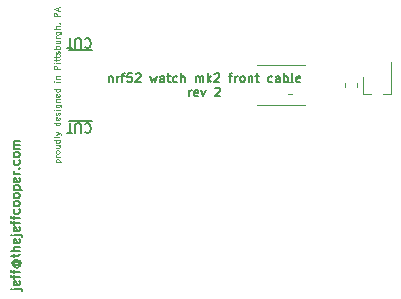
<source format=gbr>
%TF.GenerationSoftware,KiCad,Pcbnew,(5.99.0-2309-gaf729d578)*%
%TF.CreationDate,2020-09-01T21:57:30-04:00*%
%TF.ProjectId,flex,666c6578-2e6b-4696-9361-645f70636258,rev?*%
%TF.SameCoordinates,Original*%
%TF.FileFunction,Legend,Top*%
%TF.FilePolarity,Positive*%
%FSLAX46Y46*%
G04 Gerber Fmt 4.6, Leading zero omitted, Abs format (unit mm)*
G04 Created by KiCad (PCBNEW (5.99.0-2309-gaf729d578)) date 2020-09-01 21:57:30*
%MOMM*%
%LPD*%
G01*
G04 APERTURE LIST*
%ADD10C,0.125000*%
%ADD11C,0.187500*%
%ADD12C,0.150000*%
%ADD13C,0.120000*%
G04 APERTURE END LIST*
D10*
X255642857Y-34535125D02*
X256142857Y-34535125D01*
X255666666Y-34535125D02*
X255642857Y-34487506D01*
X255642857Y-34392268D01*
X255666666Y-34344649D01*
X255690476Y-34320839D01*
X255738095Y-34297030D01*
X255880952Y-34297030D01*
X255928571Y-34320839D01*
X255952380Y-34344649D01*
X255976190Y-34392268D01*
X255976190Y-34487506D01*
X255952380Y-34535125D01*
X255976190Y-34082744D02*
X255642857Y-34082744D01*
X255738095Y-34082744D02*
X255690476Y-34058935D01*
X255666666Y-34035125D01*
X255642857Y-33987506D01*
X255642857Y-33939887D01*
X255976190Y-33701792D02*
X255952380Y-33749411D01*
X255928571Y-33773220D01*
X255880952Y-33797030D01*
X255738095Y-33797030D01*
X255690476Y-33773220D01*
X255666666Y-33749411D01*
X255642857Y-33701792D01*
X255642857Y-33630363D01*
X255666666Y-33582744D01*
X255690476Y-33558935D01*
X255738095Y-33535125D01*
X255880952Y-33535125D01*
X255928571Y-33558935D01*
X255952380Y-33582744D01*
X255976190Y-33630363D01*
X255976190Y-33701792D01*
X255642857Y-33106554D02*
X255976190Y-33106554D01*
X255642857Y-33320839D02*
X255904761Y-33320839D01*
X255952380Y-33297030D01*
X255976190Y-33249411D01*
X255976190Y-33177982D01*
X255952380Y-33130363D01*
X255928571Y-33106554D01*
X255976190Y-32654173D02*
X255476190Y-32654173D01*
X255952380Y-32654173D02*
X255976190Y-32701792D01*
X255976190Y-32797030D01*
X255952380Y-32844649D01*
X255928571Y-32868458D01*
X255880952Y-32892268D01*
X255738095Y-32892268D01*
X255690476Y-32868458D01*
X255666666Y-32844649D01*
X255642857Y-32797030D01*
X255642857Y-32701792D01*
X255666666Y-32654173D01*
X255976190Y-32344649D02*
X255952380Y-32392268D01*
X255904761Y-32416077D01*
X255476190Y-32416077D01*
X255642857Y-32201792D02*
X255976190Y-32082744D01*
X255642857Y-31963696D02*
X255976190Y-32082744D01*
X256095238Y-32130363D01*
X256119047Y-32154173D01*
X256142857Y-32201792D01*
X255976190Y-31177982D02*
X255476190Y-31177982D01*
X255952380Y-31177982D02*
X255976190Y-31225601D01*
X255976190Y-31320839D01*
X255952380Y-31368458D01*
X255928571Y-31392268D01*
X255880952Y-31416077D01*
X255738095Y-31416077D01*
X255690476Y-31392268D01*
X255666666Y-31368458D01*
X255642857Y-31320839D01*
X255642857Y-31225601D01*
X255666666Y-31177982D01*
X255952380Y-30749411D02*
X255976190Y-30797030D01*
X255976190Y-30892268D01*
X255952380Y-30939887D01*
X255904761Y-30963696D01*
X255714285Y-30963696D01*
X255666666Y-30939887D01*
X255642857Y-30892268D01*
X255642857Y-30797030D01*
X255666666Y-30749411D01*
X255714285Y-30725601D01*
X255761904Y-30725601D01*
X255809523Y-30963696D01*
X255952380Y-30535125D02*
X255976190Y-30487506D01*
X255976190Y-30392268D01*
X255952380Y-30344649D01*
X255904761Y-30320839D01*
X255880952Y-30320839D01*
X255833333Y-30344649D01*
X255809523Y-30392268D01*
X255809523Y-30463696D01*
X255785714Y-30511316D01*
X255738095Y-30535125D01*
X255714285Y-30535125D01*
X255666666Y-30511316D01*
X255642857Y-30463696D01*
X255642857Y-30392268D01*
X255666666Y-30344649D01*
X255976190Y-30106554D02*
X255642857Y-30106554D01*
X255476190Y-30106554D02*
X255500000Y-30130363D01*
X255523809Y-30106554D01*
X255500000Y-30082744D01*
X255476190Y-30106554D01*
X255523809Y-30106554D01*
X255642857Y-29654173D02*
X256047619Y-29654173D01*
X256095238Y-29677982D01*
X256119047Y-29701792D01*
X256142857Y-29749411D01*
X256142857Y-29820839D01*
X256119047Y-29868458D01*
X255952380Y-29654173D02*
X255976190Y-29701792D01*
X255976190Y-29797030D01*
X255952380Y-29844649D01*
X255928571Y-29868458D01*
X255880952Y-29892268D01*
X255738095Y-29892268D01*
X255690476Y-29868458D01*
X255666666Y-29844649D01*
X255642857Y-29797030D01*
X255642857Y-29701792D01*
X255666666Y-29654173D01*
X255642857Y-29416077D02*
X255976190Y-29416077D01*
X255690476Y-29416077D02*
X255666666Y-29392268D01*
X255642857Y-29344649D01*
X255642857Y-29273220D01*
X255666666Y-29225601D01*
X255714285Y-29201792D01*
X255976190Y-29201792D01*
X255952380Y-28773220D02*
X255976190Y-28820839D01*
X255976190Y-28916077D01*
X255952380Y-28963696D01*
X255904761Y-28987506D01*
X255714285Y-28987506D01*
X255666666Y-28963696D01*
X255642857Y-28916077D01*
X255642857Y-28820839D01*
X255666666Y-28773220D01*
X255714285Y-28749411D01*
X255761904Y-28749411D01*
X255809523Y-28987506D01*
X255976190Y-28320839D02*
X255476190Y-28320839D01*
X255952380Y-28320839D02*
X255976190Y-28368458D01*
X255976190Y-28463696D01*
X255952380Y-28511316D01*
X255928571Y-28535125D01*
X255880952Y-28558935D01*
X255738095Y-28558935D01*
X255690476Y-28535125D01*
X255666666Y-28511316D01*
X255642857Y-28463696D01*
X255642857Y-28368458D01*
X255666666Y-28320839D01*
X255976190Y-27701792D02*
X255642857Y-27701792D01*
X255476190Y-27701792D02*
X255500000Y-27725601D01*
X255523809Y-27701792D01*
X255500000Y-27677982D01*
X255476190Y-27701792D01*
X255523809Y-27701792D01*
X255642857Y-27463696D02*
X255976190Y-27463696D01*
X255690476Y-27463696D02*
X255666666Y-27439887D01*
X255642857Y-27392268D01*
X255642857Y-27320839D01*
X255666666Y-27273220D01*
X255714285Y-27249411D01*
X255976190Y-27249411D01*
X255976190Y-26630363D02*
X255476190Y-26630363D01*
X255476190Y-26439887D01*
X255500000Y-26392268D01*
X255523809Y-26368458D01*
X255571428Y-26344649D01*
X255642857Y-26344649D01*
X255690476Y-26368458D01*
X255714285Y-26392268D01*
X255738095Y-26439887D01*
X255738095Y-26630363D01*
X255976190Y-26130363D02*
X255642857Y-26130363D01*
X255476190Y-26130363D02*
X255500000Y-26154173D01*
X255523809Y-26130363D01*
X255500000Y-26106554D01*
X255476190Y-26130363D01*
X255523809Y-26130363D01*
X255642857Y-25963696D02*
X255642857Y-25773220D01*
X255476190Y-25892268D02*
X255904761Y-25892268D01*
X255952380Y-25868458D01*
X255976190Y-25820839D01*
X255976190Y-25773220D01*
X255642857Y-25677982D02*
X255642857Y-25487506D01*
X255476190Y-25606554D02*
X255904761Y-25606554D01*
X255952380Y-25582744D01*
X255976190Y-25535125D01*
X255976190Y-25487506D01*
X255952380Y-25344649D02*
X255976190Y-25297030D01*
X255976190Y-25201792D01*
X255952380Y-25154173D01*
X255904761Y-25130363D01*
X255880952Y-25130363D01*
X255833333Y-25154173D01*
X255809523Y-25201792D01*
X255809523Y-25273220D01*
X255785714Y-25320839D01*
X255738095Y-25344649D01*
X255714285Y-25344649D01*
X255666666Y-25320839D01*
X255642857Y-25273220D01*
X255642857Y-25201792D01*
X255666666Y-25154173D01*
X255976190Y-24916077D02*
X255476190Y-24916077D01*
X255666666Y-24916077D02*
X255642857Y-24868458D01*
X255642857Y-24773220D01*
X255666666Y-24725601D01*
X255690476Y-24701792D01*
X255738095Y-24677982D01*
X255880952Y-24677982D01*
X255928571Y-24701792D01*
X255952380Y-24725601D01*
X255976190Y-24773220D01*
X255976190Y-24868458D01*
X255952380Y-24916077D01*
X255642857Y-24249411D02*
X255976190Y-24249411D01*
X255642857Y-24463696D02*
X255904761Y-24463696D01*
X255952380Y-24439887D01*
X255976190Y-24392268D01*
X255976190Y-24320839D01*
X255952380Y-24273220D01*
X255928571Y-24249411D01*
X255976190Y-24011316D02*
X255642857Y-24011316D01*
X255738095Y-24011316D02*
X255690476Y-23987506D01*
X255666666Y-23963696D01*
X255642857Y-23916077D01*
X255642857Y-23868458D01*
X255642857Y-23487506D02*
X256047619Y-23487506D01*
X256095238Y-23511316D01*
X256119047Y-23535125D01*
X256142857Y-23582744D01*
X256142857Y-23654173D01*
X256119047Y-23701792D01*
X255952380Y-23487506D02*
X255976190Y-23535125D01*
X255976190Y-23630363D01*
X255952380Y-23677982D01*
X255928571Y-23701792D01*
X255880952Y-23725601D01*
X255738095Y-23725601D01*
X255690476Y-23701792D01*
X255666666Y-23677982D01*
X255642857Y-23630363D01*
X255642857Y-23535125D01*
X255666666Y-23487506D01*
X255976190Y-23249411D02*
X255476190Y-23249411D01*
X255976190Y-23035125D02*
X255714285Y-23035125D01*
X255666666Y-23058935D01*
X255642857Y-23106554D01*
X255642857Y-23177982D01*
X255666666Y-23225601D01*
X255690476Y-23249411D01*
X255952380Y-22773220D02*
X255976190Y-22773220D01*
X256023809Y-22797030D01*
X256047619Y-22820839D01*
X255976190Y-22177982D02*
X255476190Y-22177982D01*
X255476190Y-21987506D01*
X255500000Y-21939887D01*
X255523809Y-21916077D01*
X255571428Y-21892268D01*
X255642857Y-21892268D01*
X255690476Y-21916077D01*
X255714285Y-21939887D01*
X255738095Y-21987506D01*
X255738095Y-22177982D01*
X255833333Y-21701792D02*
X255833333Y-21463696D01*
X255976190Y-21749411D02*
X255476190Y-21582744D01*
X255976190Y-21416077D01*
D11*
X252089285Y-45267857D02*
X252732142Y-45267857D01*
X252803571Y-45303571D01*
X252839285Y-45375000D01*
X252839285Y-45410714D01*
X251839285Y-45267857D02*
X251875000Y-45303571D01*
X251910714Y-45267857D01*
X251875000Y-45232142D01*
X251839285Y-45267857D01*
X251910714Y-45267857D01*
X252553571Y-44625000D02*
X252589285Y-44696428D01*
X252589285Y-44839285D01*
X252553571Y-44910714D01*
X252482142Y-44946428D01*
X252196428Y-44946428D01*
X252125000Y-44910714D01*
X252089285Y-44839285D01*
X252089285Y-44696428D01*
X252125000Y-44625000D01*
X252196428Y-44589285D01*
X252267857Y-44589285D01*
X252339285Y-44946428D01*
X252089285Y-44375000D02*
X252089285Y-44089285D01*
X252589285Y-44267857D02*
X251946428Y-44267857D01*
X251875000Y-44232142D01*
X251839285Y-44160714D01*
X251839285Y-44089285D01*
X252089285Y-43946428D02*
X252089285Y-43660714D01*
X252589285Y-43839285D02*
X251946428Y-43839285D01*
X251875000Y-43803571D01*
X251839285Y-43732142D01*
X251839285Y-43660714D01*
X252232142Y-42946428D02*
X252196428Y-42982142D01*
X252160714Y-43053571D01*
X252160714Y-43125000D01*
X252196428Y-43196428D01*
X252232142Y-43232142D01*
X252303571Y-43267857D01*
X252375000Y-43267857D01*
X252446428Y-43232142D01*
X252482142Y-43196428D01*
X252517857Y-43125000D01*
X252517857Y-43053571D01*
X252482142Y-42982142D01*
X252446428Y-42946428D01*
X252160714Y-42946428D02*
X252446428Y-42946428D01*
X252482142Y-42910714D01*
X252482142Y-42875000D01*
X252446428Y-42803571D01*
X252375000Y-42767857D01*
X252196428Y-42767857D01*
X252089285Y-42839285D01*
X252017857Y-42946428D01*
X251982142Y-43089285D01*
X252017857Y-43232142D01*
X252089285Y-43339285D01*
X252196428Y-43410714D01*
X252339285Y-43446428D01*
X252482142Y-43410714D01*
X252589285Y-43339285D01*
X252660714Y-43232142D01*
X252696428Y-43089285D01*
X252660714Y-42946428D01*
X252589285Y-42839285D01*
X252089285Y-42553571D02*
X252089285Y-42267857D01*
X251839285Y-42446428D02*
X252482142Y-42446428D01*
X252553571Y-42410714D01*
X252589285Y-42339285D01*
X252589285Y-42267857D01*
X252589285Y-42017857D02*
X251839285Y-42017857D01*
X252589285Y-41696428D02*
X252196428Y-41696428D01*
X252125000Y-41732142D01*
X252089285Y-41803571D01*
X252089285Y-41910714D01*
X252125000Y-41982142D01*
X252160714Y-42017857D01*
X252553571Y-41053571D02*
X252589285Y-41125000D01*
X252589285Y-41267857D01*
X252553571Y-41339285D01*
X252482142Y-41375000D01*
X252196428Y-41375000D01*
X252125000Y-41339285D01*
X252089285Y-41267857D01*
X252089285Y-41125000D01*
X252125000Y-41053571D01*
X252196428Y-41017857D01*
X252267857Y-41017857D01*
X252339285Y-41375000D01*
X252089285Y-40696428D02*
X252732142Y-40696428D01*
X252803571Y-40732142D01*
X252839285Y-40803571D01*
X252839285Y-40839285D01*
X251839285Y-40696428D02*
X251875000Y-40732142D01*
X251910714Y-40696428D01*
X251875000Y-40660714D01*
X251839285Y-40696428D01*
X251910714Y-40696428D01*
X252553571Y-40053571D02*
X252589285Y-40125000D01*
X252589285Y-40267857D01*
X252553571Y-40339285D01*
X252482142Y-40375000D01*
X252196428Y-40375000D01*
X252125000Y-40339285D01*
X252089285Y-40267857D01*
X252089285Y-40125000D01*
X252125000Y-40053571D01*
X252196428Y-40017857D01*
X252267857Y-40017857D01*
X252339285Y-40375000D01*
X252089285Y-39803571D02*
X252089285Y-39517857D01*
X252589285Y-39696428D02*
X251946428Y-39696428D01*
X251875000Y-39660714D01*
X251839285Y-39589285D01*
X251839285Y-39517857D01*
X252089285Y-39375000D02*
X252089285Y-39089285D01*
X252589285Y-39267857D02*
X251946428Y-39267857D01*
X251875000Y-39232142D01*
X251839285Y-39160714D01*
X251839285Y-39089285D01*
X252553571Y-38517857D02*
X252589285Y-38589285D01*
X252589285Y-38732142D01*
X252553571Y-38803571D01*
X252517857Y-38839285D01*
X252446428Y-38875000D01*
X252232142Y-38875000D01*
X252160714Y-38839285D01*
X252125000Y-38803571D01*
X252089285Y-38732142D01*
X252089285Y-38589285D01*
X252125000Y-38517857D01*
X252589285Y-38089285D02*
X252553571Y-38160714D01*
X252517857Y-38196428D01*
X252446428Y-38232142D01*
X252232142Y-38232142D01*
X252160714Y-38196428D01*
X252125000Y-38160714D01*
X252089285Y-38089285D01*
X252089285Y-37982142D01*
X252125000Y-37910714D01*
X252160714Y-37875000D01*
X252232142Y-37839285D01*
X252446428Y-37839285D01*
X252517857Y-37875000D01*
X252553571Y-37910714D01*
X252589285Y-37982142D01*
X252589285Y-38089285D01*
X252589285Y-37410714D02*
X252553571Y-37482142D01*
X252517857Y-37517857D01*
X252446428Y-37553571D01*
X252232142Y-37553571D01*
X252160714Y-37517857D01*
X252125000Y-37482142D01*
X252089285Y-37410714D01*
X252089285Y-37303571D01*
X252125000Y-37232142D01*
X252160714Y-37196428D01*
X252232142Y-37160714D01*
X252446428Y-37160714D01*
X252517857Y-37196428D01*
X252553571Y-37232142D01*
X252589285Y-37303571D01*
X252589285Y-37410714D01*
X252089285Y-36839285D02*
X252839285Y-36839285D01*
X252125000Y-36839285D02*
X252089285Y-36767857D01*
X252089285Y-36625000D01*
X252125000Y-36553571D01*
X252160714Y-36517857D01*
X252232142Y-36482142D01*
X252446428Y-36482142D01*
X252517857Y-36517857D01*
X252553571Y-36553571D01*
X252589285Y-36625000D01*
X252589285Y-36767857D01*
X252553571Y-36839285D01*
X252553571Y-35875000D02*
X252589285Y-35946428D01*
X252589285Y-36089285D01*
X252553571Y-36160714D01*
X252482142Y-36196428D01*
X252196428Y-36196428D01*
X252125000Y-36160714D01*
X252089285Y-36089285D01*
X252089285Y-35946428D01*
X252125000Y-35875000D01*
X252196428Y-35839285D01*
X252267857Y-35839285D01*
X252339285Y-36196428D01*
X252589285Y-35517857D02*
X252089285Y-35517857D01*
X252232142Y-35517857D02*
X252160714Y-35482142D01*
X252125000Y-35446428D01*
X252089285Y-35375000D01*
X252089285Y-35303571D01*
X252517857Y-35053571D02*
X252553571Y-35017857D01*
X252589285Y-35053571D01*
X252553571Y-35089285D01*
X252517857Y-35053571D01*
X252589285Y-35053571D01*
X252553571Y-34375000D02*
X252589285Y-34446428D01*
X252589285Y-34589285D01*
X252553571Y-34660714D01*
X252517857Y-34696428D01*
X252446428Y-34732142D01*
X252232142Y-34732142D01*
X252160714Y-34696428D01*
X252125000Y-34660714D01*
X252089285Y-34589285D01*
X252089285Y-34446428D01*
X252125000Y-34375000D01*
X252589285Y-33946428D02*
X252553571Y-34017857D01*
X252517857Y-34053571D01*
X252446428Y-34089285D01*
X252232142Y-34089285D01*
X252160714Y-34053571D01*
X252125000Y-34017857D01*
X252089285Y-33946428D01*
X252089285Y-33839285D01*
X252125000Y-33767857D01*
X252160714Y-33732142D01*
X252232142Y-33696428D01*
X252446428Y-33696428D01*
X252517857Y-33732142D01*
X252553571Y-33767857D01*
X252589285Y-33839285D01*
X252589285Y-33946428D01*
X252589285Y-33375000D02*
X252089285Y-33375000D01*
X252160714Y-33375000D02*
X252125000Y-33339285D01*
X252089285Y-33267857D01*
X252089285Y-33160714D01*
X252125000Y-33089285D01*
X252196428Y-33053571D01*
X252589285Y-33053571D01*
X252196428Y-33053571D02*
X252125000Y-33017857D01*
X252089285Y-32946428D01*
X252089285Y-32839285D01*
X252125000Y-32767857D01*
X252196428Y-32732142D01*
X252589285Y-32732142D01*
X260160714Y-27246851D02*
X260160714Y-27746851D01*
X260160714Y-27318280D02*
X260196428Y-27282566D01*
X260267857Y-27246851D01*
X260375000Y-27246851D01*
X260446428Y-27282566D01*
X260482142Y-27353994D01*
X260482142Y-27746851D01*
X260839285Y-27746851D02*
X260839285Y-27246851D01*
X260839285Y-27389708D02*
X260875000Y-27318280D01*
X260910714Y-27282566D01*
X260982142Y-27246851D01*
X261053571Y-27246851D01*
X261196428Y-27246851D02*
X261482142Y-27246851D01*
X261303571Y-27746851D02*
X261303571Y-27103994D01*
X261339285Y-27032566D01*
X261410714Y-26996851D01*
X261482142Y-26996851D01*
X262089285Y-26996851D02*
X261732142Y-26996851D01*
X261696428Y-27353994D01*
X261732142Y-27318280D01*
X261803571Y-27282566D01*
X261982142Y-27282566D01*
X262053571Y-27318280D01*
X262089285Y-27353994D01*
X262125000Y-27425423D01*
X262125000Y-27603994D01*
X262089285Y-27675423D01*
X262053571Y-27711137D01*
X261982142Y-27746851D01*
X261803571Y-27746851D01*
X261732142Y-27711137D01*
X261696428Y-27675423D01*
X262410714Y-27068280D02*
X262446428Y-27032566D01*
X262517857Y-26996851D01*
X262696428Y-26996851D01*
X262767857Y-27032566D01*
X262803571Y-27068280D01*
X262839285Y-27139708D01*
X262839285Y-27211137D01*
X262803571Y-27318280D01*
X262375000Y-27746851D01*
X262839285Y-27746851D01*
X263660714Y-27246851D02*
X263803571Y-27746851D01*
X263946428Y-27389708D01*
X264089285Y-27746851D01*
X264232142Y-27246851D01*
X264839285Y-27746851D02*
X264839285Y-27353994D01*
X264803571Y-27282566D01*
X264732142Y-27246851D01*
X264589285Y-27246851D01*
X264517857Y-27282566D01*
X264839285Y-27711137D02*
X264767857Y-27746851D01*
X264589285Y-27746851D01*
X264517857Y-27711137D01*
X264482142Y-27639708D01*
X264482142Y-27568280D01*
X264517857Y-27496851D01*
X264589285Y-27461137D01*
X264767857Y-27461137D01*
X264839285Y-27425423D01*
X265089285Y-27246851D02*
X265375000Y-27246851D01*
X265196428Y-26996851D02*
X265196428Y-27639708D01*
X265232142Y-27711137D01*
X265303571Y-27746851D01*
X265375000Y-27746851D01*
X265946428Y-27711137D02*
X265875000Y-27746851D01*
X265732142Y-27746851D01*
X265660714Y-27711137D01*
X265625000Y-27675423D01*
X265589285Y-27603994D01*
X265589285Y-27389708D01*
X265625000Y-27318280D01*
X265660714Y-27282566D01*
X265732142Y-27246851D01*
X265875000Y-27246851D01*
X265946428Y-27282566D01*
X266267857Y-27746851D02*
X266267857Y-26996851D01*
X266589285Y-27746851D02*
X266589285Y-27353994D01*
X266553571Y-27282566D01*
X266482142Y-27246851D01*
X266375000Y-27246851D01*
X266303571Y-27282566D01*
X266267857Y-27318280D01*
X267517857Y-27746851D02*
X267517857Y-27246851D01*
X267517857Y-27318280D02*
X267553571Y-27282566D01*
X267625000Y-27246851D01*
X267732142Y-27246851D01*
X267803571Y-27282566D01*
X267839285Y-27353994D01*
X267839285Y-27746851D01*
X267839285Y-27353994D02*
X267875000Y-27282566D01*
X267946428Y-27246851D01*
X268053571Y-27246851D01*
X268125000Y-27282566D01*
X268160714Y-27353994D01*
X268160714Y-27746851D01*
X268517857Y-27746851D02*
X268517857Y-26996851D01*
X268589285Y-27461137D02*
X268803571Y-27746851D01*
X268803571Y-27246851D02*
X268517857Y-27532566D01*
X269089285Y-27068280D02*
X269125000Y-27032566D01*
X269196428Y-26996851D01*
X269375000Y-26996851D01*
X269446428Y-27032566D01*
X269482142Y-27068280D01*
X269517857Y-27139708D01*
X269517857Y-27211137D01*
X269482142Y-27318280D01*
X269053571Y-27746851D01*
X269517857Y-27746851D01*
X270303571Y-27246851D02*
X270589285Y-27246851D01*
X270410714Y-27746851D02*
X270410714Y-27103994D01*
X270446428Y-27032566D01*
X270517857Y-26996851D01*
X270589285Y-26996851D01*
X270839285Y-27746851D02*
X270839285Y-27246851D01*
X270839285Y-27389708D02*
X270875000Y-27318280D01*
X270910714Y-27282566D01*
X270982142Y-27246851D01*
X271053571Y-27246851D01*
X271410714Y-27746851D02*
X271339285Y-27711137D01*
X271303571Y-27675423D01*
X271267857Y-27603994D01*
X271267857Y-27389708D01*
X271303571Y-27318280D01*
X271339285Y-27282566D01*
X271410714Y-27246851D01*
X271517857Y-27246851D01*
X271589285Y-27282566D01*
X271625000Y-27318280D01*
X271660714Y-27389708D01*
X271660714Y-27603994D01*
X271625000Y-27675423D01*
X271589285Y-27711137D01*
X271517857Y-27746851D01*
X271410714Y-27746851D01*
X271982142Y-27246851D02*
X271982142Y-27746851D01*
X271982142Y-27318280D02*
X272017857Y-27282566D01*
X272089285Y-27246851D01*
X272196428Y-27246851D01*
X272267857Y-27282566D01*
X272303571Y-27353994D01*
X272303571Y-27746851D01*
X272553571Y-27246851D02*
X272839285Y-27246851D01*
X272660714Y-26996851D02*
X272660714Y-27639708D01*
X272696428Y-27711137D01*
X272767857Y-27746851D01*
X272839285Y-27746851D01*
X273982142Y-27711137D02*
X273910714Y-27746851D01*
X273767857Y-27746851D01*
X273696428Y-27711137D01*
X273660714Y-27675423D01*
X273625000Y-27603994D01*
X273625000Y-27389708D01*
X273660714Y-27318280D01*
X273696428Y-27282566D01*
X273767857Y-27246851D01*
X273910714Y-27246851D01*
X273982142Y-27282566D01*
X274625000Y-27746851D02*
X274625000Y-27353994D01*
X274589285Y-27282566D01*
X274517857Y-27246851D01*
X274375000Y-27246851D01*
X274303571Y-27282566D01*
X274625000Y-27711137D02*
X274553571Y-27746851D01*
X274375000Y-27746851D01*
X274303571Y-27711137D01*
X274267857Y-27639708D01*
X274267857Y-27568280D01*
X274303571Y-27496851D01*
X274375000Y-27461137D01*
X274553571Y-27461137D01*
X274625000Y-27425423D01*
X274982142Y-27746851D02*
X274982142Y-26996851D01*
X274982142Y-27282566D02*
X275053571Y-27246851D01*
X275196428Y-27246851D01*
X275267857Y-27282566D01*
X275303571Y-27318280D01*
X275339285Y-27389708D01*
X275339285Y-27603994D01*
X275303571Y-27675423D01*
X275267857Y-27711137D01*
X275196428Y-27746851D01*
X275053571Y-27746851D01*
X274982142Y-27711137D01*
X275767857Y-27746851D02*
X275696428Y-27711137D01*
X275660714Y-27639708D01*
X275660714Y-26996851D01*
X276339285Y-27711137D02*
X276267857Y-27746851D01*
X276125000Y-27746851D01*
X276053571Y-27711137D01*
X276017857Y-27639708D01*
X276017857Y-27353994D01*
X276053571Y-27282566D01*
X276125000Y-27246851D01*
X276267857Y-27246851D01*
X276339285Y-27282566D01*
X276375000Y-27353994D01*
X276375000Y-27425423D01*
X276017857Y-27496851D01*
X266946428Y-28954351D02*
X266946428Y-28454351D01*
X266946428Y-28597208D02*
X266982142Y-28525780D01*
X267017857Y-28490066D01*
X267089285Y-28454351D01*
X267160714Y-28454351D01*
X267696428Y-28918637D02*
X267625000Y-28954351D01*
X267482142Y-28954351D01*
X267410714Y-28918637D01*
X267375000Y-28847208D01*
X267375000Y-28561494D01*
X267410714Y-28490066D01*
X267482142Y-28454351D01*
X267625000Y-28454351D01*
X267696428Y-28490066D01*
X267732142Y-28561494D01*
X267732142Y-28632923D01*
X267375000Y-28704351D01*
X267982142Y-28454351D02*
X268160714Y-28954351D01*
X268339285Y-28454351D01*
X269160714Y-28275780D02*
X269196428Y-28240066D01*
X269267857Y-28204351D01*
X269446428Y-28204351D01*
X269517857Y-28240066D01*
X269553571Y-28275780D01*
X269589285Y-28347208D01*
X269589285Y-28418637D01*
X269553571Y-28525780D01*
X269125000Y-28954351D01*
X269589285Y-28954351D01*
D12*
X258126190Y-31325601D02*
X258164285Y-31287506D01*
X258278571Y-31249411D01*
X258354761Y-31249411D01*
X258469047Y-31287506D01*
X258545238Y-31363696D01*
X258583333Y-31439887D01*
X258621428Y-31592268D01*
X258621428Y-31706554D01*
X258583333Y-31858935D01*
X258545238Y-31935125D01*
X258469047Y-32011316D01*
X258354761Y-32049411D01*
X258278571Y-32049411D01*
X258164285Y-32011316D01*
X258126190Y-31973220D01*
X257783333Y-32049411D02*
X257783333Y-31401792D01*
X257745238Y-31325601D01*
X257707142Y-31287506D01*
X257630952Y-31249411D01*
X257478571Y-31249411D01*
X257402380Y-31287506D01*
X257364285Y-31325601D01*
X257326190Y-31401792D01*
X257326190Y-32049411D01*
X257059523Y-32049411D02*
X256602380Y-32049411D01*
X256830952Y-31249411D02*
X256830952Y-32049411D01*
X258126190Y-24125601D02*
X258164285Y-24087506D01*
X258278571Y-24049411D01*
X258354761Y-24049411D01*
X258469047Y-24087506D01*
X258545238Y-24163696D01*
X258583333Y-24239887D01*
X258621428Y-24392268D01*
X258621428Y-24506554D01*
X258583333Y-24658935D01*
X258545238Y-24735125D01*
X258469047Y-24811316D01*
X258354761Y-24849411D01*
X258278571Y-24849411D01*
X258164285Y-24811316D01*
X258126190Y-24773220D01*
X257783333Y-24849411D02*
X257783333Y-24201792D01*
X257745238Y-24125601D01*
X257707142Y-24087506D01*
X257630952Y-24049411D01*
X257478571Y-24049411D01*
X257402380Y-24087506D01*
X257364285Y-24125601D01*
X257326190Y-24201792D01*
X257326190Y-24849411D01*
X257059523Y-24849411D02*
X256602380Y-24849411D01*
X256830952Y-24049411D02*
X256830952Y-24849411D01*
X258750000Y-25011316D02*
X256750000Y-25011316D01*
X258750000Y-31011316D02*
X256750000Y-31011316D01*
D13*
%TO.C,R3*%
X275662779Y-27740000D02*
X275337221Y-27740000D01*
X275662779Y-28760000D02*
X275337221Y-28760000D01*
%TO.C,R2*%
X276802064Y-26290000D02*
X272697936Y-26290000D01*
X276802064Y-29710000D02*
X272697936Y-29710000D01*
%TO.C,R1*%
X280140000Y-27840049D02*
X280140000Y-28182583D01*
X281160000Y-27840049D02*
X281160000Y-28182583D01*
%TO.C,Q1*%
X281690000Y-27336316D02*
X281690000Y-28746316D01*
X284010000Y-28746316D02*
X284010000Y-26011316D01*
X284020000Y-28746316D02*
X283350000Y-28746316D01*
X282350000Y-28746316D02*
X281690000Y-28746316D01*
%TD*%
M02*

</source>
